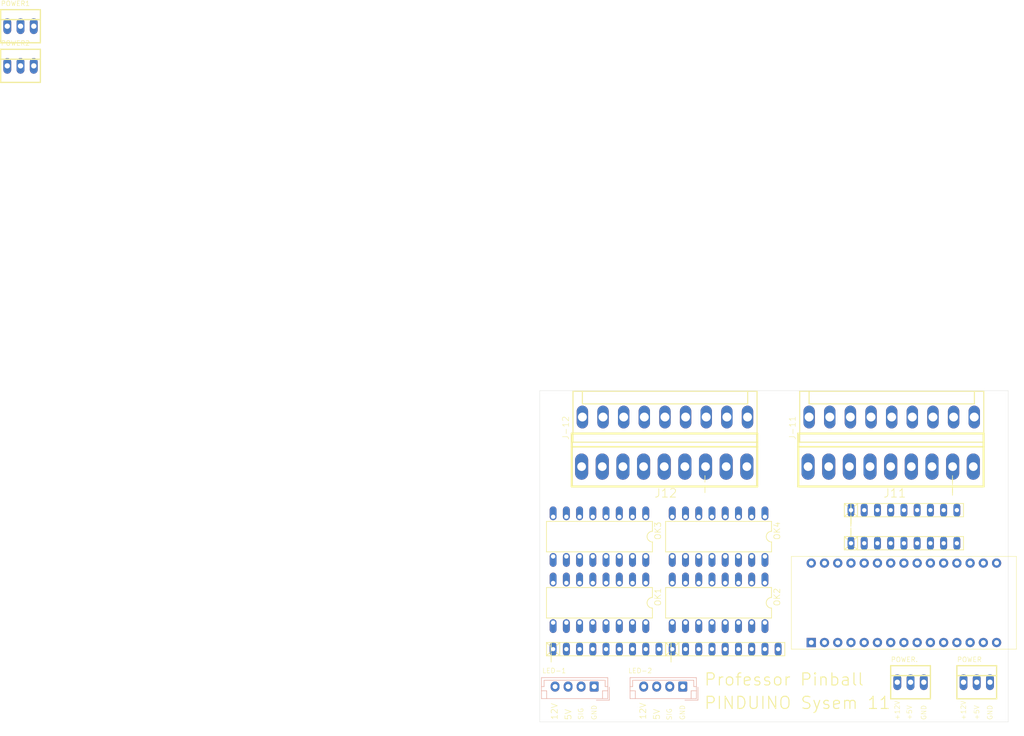
<source format=kicad_pcb>
(kicad_pcb (version 20240108) (generator "pcbnew") (generator_version "8.0")
  (layers (0 "F.Cu" signal) (31 "B.Cu" signal) (34 "B.Paste" user) (35 "F.Paste" user) (36 "B.SilkS" user "B.Silkscreen") (37 "F.SilkS" user "F.Silkscreen") (38 "B.Mask" user) (39 "F.Mask" user) (44 "Edge.Cuts" user))
  (net 0 "")
  (net 1 "GND")
  (net 2 "AREF")
  (net 3 "3V3")
  (net 4 "+5V")
  (net 5 "Net-(J-11E-S)")
  (net 6 "Net-(J-11G-S)")
  (net 7 "Net-(J-11H-S)")
  (net 8 "Net-(J-11F-S)")
  (net 9 "Net-(J-11A-S)")
  (net 10 "Net-(J-11I-S)")
  (net 11 "Net-(J-11D-S)")
  (net 12 "Net-(J-11C-S)")
  (net 13 "Net-(J-11B-S)")
  (net 14 "Net-(J-12A-S)")
  (net 15 "Net-(J-12H-S)")
  (net 16 "Net-(J-12I-S)")
  (net 17 "Net-(J-12B-S)")
  (net 18 "Net-(J-12D-S)")
  (net 19 "Net-(J-12C-S)")
  (net 20 "Net-(J-12E-S)")
  (net 21 "Net-(J-12F-S)")
  (net 22 "Net-(J-12G-S)")
  (net 28 "Net-(MODUL1-D13{slash}SCK)")
  (net 29 "Net-(MODUL1-D9)")
  (net 30 "Net-(MODUL1-D12{slash}MISO)")
  (net 31 "Net-(MODUL1-A4)")
  (net 32 "Net-(MODUL1-A3)")
  (net 33 "Net-(MODUL1-D8)")
  (net 35 "Net-(MODUL1-A1)")
  (net 36 "Net-(MODUL1-D2)")
  (net 38 "Net-(MODUL1-A2)")
  (net 39 "Net-(MODUL1-A5)")
  (net 40 "Net-(MODUL1-D4)")
  (net 42 "Net-(MODUL1-D5)")
  (net 44 "Net-(MODUL1-D7)")
  (net 45 "Net-(MODUL1-D6)")
  (net 47 "Net-(MODUL1-D3)")
  (net 48 "Net-(MODUL1-VIN)")
  (net 50 "Net-(MODUL1-A0)")
  (net 51 "Net-(OK1D-A)")
  (net 52 "Net-(OK1C-A)")
  (net 53 "Net-(OK1A-A)")
  (net 54 "Net-(OK1B-A)")
  (net 55 "Net-(OK2D-A)")
  (net 56 "Net-(OK2B-A)")
  (net 57 "Net-(OK2A-A)")
  (net 58 "Net-(OK2C-A)")
  (net 59 "Net-(OK3B-A)")
  (net 60 "Net-(OK3D-A)")
  (net 61 "Net-(OK3A-A)")
  (net 62 "Net-(OK3C-A)")
  (net 63 "Net-(OK4C-A)")
  (net 64 "Net-(OK4A-A)")
  (net 65 "Net-(OK4B-A)")
  (net 66 "Net-(OK4D-A)")
  (net 72 "Net-(OK1A-COL)")
  (footprint "Pinduino-Nano-Sys11a:RN-9" (layer "F.Cu") (at 139.1411 122.8186)
    (property "Reference" "RN-J6-O0" (hide yes))
    (property "Value" "10k")
    (pad "1" thru_hole oval (at -10.16 0 90) (size 2.6416 1.3208) (drill 0.8128) (layers "*.Cu" "*.Mask") (net 1 "GND"))
    (pad "2" thru_hole oval (at -7.62 0 90) (size 2.6416 1.3208) (drill 0.8128) (layers "*.Cu" "*.Mask") (net 30 "Net-(MODUL1-D12{slash}MISO)"))
    (pad "3" thru_hole oval (at -5.08 0 90) (size 2.6416 1.3208) (drill 0.8128) (layers "*.Cu" "*.Mask") (net 28 "Net-(MODUL1-D13{slash}SCK)"))
    (pad "4" thru_hole oval (at -2.54 0 90) (size 2.6416 1.3208) (drill 0.8128) (layers "*.Cu" "*.Mask") (net 50 "Net-(MODUL1-A0)"))
    (pad "5" thru_hole oval (at 0 0 90) (size 2.6416 1.3208) (drill 0.8128) (layers "*.Cu" "*.Mask") (net 35 "Net-(MODUL1-A1)"))
    (pad "6" thru_hole oval (at 2.54 0 90) (size 2.6416 1.3208) (drill 0.8128) (layers "*.Cu" "*.Mask") (net 39 "Net-(MODUL1-A5)"))
    (pad "7" thru_hole oval (at 5.08 0 90) (size 2.6416 1.3208) (drill 0.8128) (layers "*.Cu" "*.Mask") (net 31 "Net-(MODUL1-A4)"))
    (pad "8" thru_hole oval (at 7.62 0 90) (size 2.6416 1.3208) (drill 0.8128) (layers "*.Cu" "*.Mask") (net 32 "Net-(MODUL1-A3)"))
    (pad "9" thru_hole oval (at 10.16 0 90) (size 2.6416 1.3208) (drill 0.8128) (layers "*.Cu" "*.Mask") (net 38 "Net-(MODUL1-A2)"))
  )
  (footprint "Pinduino-Nano-Sys11a:RN-9" (layer "F.Cu") (at 173.4311 102.4986)
    (property "Reference" "RN-J7-I0" (hide yes))
    (property "Value" "10k")
    (pad "1" thru_hole oval (at -10.16 0 90) (size 2.6416 1.3208) (drill 0.8128) (layers "*.Cu" "*.Mask") (net 48 "Net-(MODUL1-VIN)"))
    (pad "2" thru_hole oval (at -7.62 0 90) (size 2.6416 1.3208) (drill 0.8128) (layers "*.Cu" "*.Mask") (net 51 "Net-(OK1D-A)"))
    (pad "3" thru_hole oval (at -5.08 0 90) (size 2.6416 1.3208) (drill 0.8128) (layers "*.Cu" "*.Mask") (net 52 "Net-(OK1C-A)"))
    (pad "4" thru_hole oval (at -2.54 0 90) (size 2.6416 1.3208) (drill 0.8128) (layers "*.Cu" "*.Mask") (net 54 "Net-(OK1B-A)"))
    (pad "5" thru_hole oval (at 0 0 90) (size 2.6416 1.3208) (drill 0.8128) (layers "*.Cu" "*.Mask") (net 53 "Net-(OK1A-A)"))
    (pad "6" thru_hole oval (at 2.54 0 90) (size 2.6416 1.3208) (drill 0.8128) (layers "*.Cu" "*.Mask") (net 55 "Net-(OK2D-A)"))
    (pad "7" thru_hole oval (at 5.08 0 90) (size 2.6416 1.3208) (drill 0.8128) (layers "*.Cu" "*.Mask") (net 58 "Net-(OK2C-A)"))
    (pad "8" thru_hole oval (at 7.62 0 90) (size 2.6416 1.3208) (drill 0.8128) (layers "*.Cu" "*.Mask") (net 56 "Net-(OK2B-A)"))
    (pad "9" thru_hole oval (at 10.16 0 90) (size 2.6416 1.3208) (drill 0.8128) (layers "*.Cu" "*.Mask") (net 57 "Net-(OK2A-A)"))
  )
  (footprint "Pinduino-Nano-Sys11a:22-23-2031" (layer "F.Cu") (at 3.937 10.906)
    (property "Reference" "POWER2" (at -3.81 -3.81 0) (layer "F.SilkS") (effects (font (size 0.9144 0.9144) (thickness 0.1016)) (justify left bottom)))
    (property "Value" "22-23-2031")
    (pad "1" thru_hole oval (at -2.54 0 90) (size 3.016 1.508) (drill 1) (layers "*.Cu" "*.Mask") (net 48 "Net-(MODUL1-VIN)"))
    (pad "2" thru_hole oval (at 0 0 90) (size 3.016 1.508) (drill 1) (layers "*.Cu" "*.Mask") (net 72 "Net-(OK1A-COL)"))
    (pad "3" thru_hole oval (at 2.54 0 90) (size 3.016 1.508) (drill 1) (layers "*.Cu" "*.Mask") (net 1 "GND"))
  )
  (footprint "Pinduino-Nano-Sys11a:KK-156-9" (layer "F.Cu") (at 171.0811 78.2886)
    (property "Reference" "J-11" (at -18.34 4.445 90) (layer "F.SilkS") (effects (font (size 1.176528 1.176528) (thickness 0.093472)) (justify left bottom)))
    (property "Value" "J 11")
    (pad "1" thru_hole oval (at -15.84 0 90) (size 4.3688 2.1844) (drill 1.7) (layers "*.Cu" "*.Mask") (net 9 "Net-(J-11A-S)"))
    (pad "2" thru_hole oval (at -11.88 0 90) (size 4.3688 2.1844) (drill 1.7) (layers "*.Cu" "*.Mask") (net 13 "Net-(J-11B-S)"))
    (pad "3" thru_hole oval (at -7.92 0 90) (size 4.3688 2.1844) (drill 1.7) (layers "*.Cu" "*.Mask") (net 12 "Net-(J-11C-S)"))
    (pad "4" thru_hole oval (at -3.96 0 90) (size 4.3688 2.1844) (drill 1.7) (layers "*.Cu" "*.Mask") (net 11 "Net-(J-11D-S)"))
    (pad "5" thru_hole oval (at 0 0 90) (size 4.3688 2.1844) (drill 1.7) (layers "*.Cu" "*.Mask") (net 5 "Net-(J-11E-S)"))
    (pad "6" thru_hole oval (at 3.96 0 90) (size 4.3688 2.1844) (drill 1.7) (layers "*.Cu" "*.Mask") (net 8 "Net-(J-11F-S)"))
    (pad "7" thru_hole oval (at 7.92 0 90) (size 4.3688 2.1844) (drill 1.7) (layers "*.Cu" "*.Mask") (net 6 "Net-(J-11G-S)"))
    (pad "8" thru_hole oval (at 11.88 0 90) (size 4.3688 2.1844) (drill 1.7) (layers "*.Cu" "*.Mask") (net 7 "Net-(J-11H-S)"))
    (pad "9" thru_hole oval (at 15.84 0 90) (size 4.3688 2.1844) (drill 1.7) (layers "*.Cu" "*.Mask") (net 10 "Net-(J-11I-S)"))
  )
  (footprint "Pinduino-Nano-Sys11a:ARDUINO_NANO2" (layer "F.Cu") (at 173.4311 113.9286 90)
    (property "Reference" "MODUL1" (hide yes))
    (property "Value" "ARDUINO_NANO")
    (pad "J1.1" thru_hole rect (at -7.62 -17.78) (size 1.778 1.778) (drill 0.9144) (layers "*.Cu" "*.Mask"))
    (pad "J1.2" thru_hole circle (at -7.62 -15.24) (size 1.778 1.778) (drill 0.9144) (layers "*.Cu" "*.Mask"))
    (pad "J1.3" thru_hole circle (at -7.62 -12.7) (size 1.778 1.778) (drill 0.9144) (layers "*.Cu" "*.Mask"))
    (pad "J1.4" thru_hole circle (at -7.62 -10.16) (size 1.778 1.778) (drill 0.9144) (layers "*.Cu" "*.Mask") (net 1 "GND"))
    (pad "J1.5" thru_hole circle (at -7.62 -7.62) (size 1.778 1.778) (drill 0.9144) (layers "*.Cu" "*.Mask") (net 36 "Net-(MODUL1-D2)"))
    (pad "J1.6" thru_hole circle (at -7.62 -5.08) (size 1.778 1.778) (drill 0.9144) (layers "*.Cu" "*.Mask") (net 47 "Net-(MODUL1-D3)"))
    (pad "J1.7" thru_hole circle (at -7.62 -2.54) (size 1.778 1.778) (drill 0.9144) (layers "*.Cu" "*.Mask") (net 40 "Net-(MODUL1-D4)"))
    (pad "J1.8" thru_hole circle (at -7.62 0) (size 1.778 1.778) (drill 0.9144) (layers "*.Cu" "*.Mask") (net 42 "Net-(MODUL1-D5)"))
    (pad "J1.9" thru_hole circle (at -7.62 2.54) (size 1.778 1.778) (drill 0.9144) (layers "*.Cu" "*.Mask") (net 45 "Net-(MODUL1-D6)"))
    (pad "J1.10" thru_hole circle (at -7.62 5.08) (size 1.778 1.778) (drill 0.9144) (layers "*.Cu" "*.Mask") (net 44 "Net-(MODUL1-D7)"))
    (pad "J1.11" thru_hole circle (at -7.62 7.62) (size 1.778 1.778) (drill 0.9144) (layers "*.Cu" "*.Mask") (net 33 "Net-(MODUL1-D8)"))
    (pad "J1.12" thru_hole circle (at -7.62 10.16) (size 1.778 1.778) (drill 0.9144) (layers "*.Cu" "*.Mask") (net 29 "Net-(MODUL1-D9)"))
    (pad "J1.13" thru_hole circle (at -7.62 12.7) (size 1.778 1.778) (drill 0.9144) (layers "*.Cu" "*.Mask"))
    (pad "J1.14" thru_hole circle (at -7.62 15.24) (size 1.778 1.778) (drill 0.9144) (layers "*.Cu" "*.Mask"))
    (pad "J1.15" thru_hole circle (at -7.62 17.78) (size 1.778 1.778) (drill 0.9144) (layers "*.Cu" "*.Mask") (net 30 "Net-(MODUL1-D12{slash}MISO)"))
    (pad "J2.1" thru_hole circle (at 7.62 -17.78) (size 1.778 1.778) (drill 0.9144) (layers "*.Cu" "*.Mask") (net 48 "Net-(MODUL1-VIN)"))
    (pad "J2.2" thru_hole circle (at 7.62 -15.24) (size 1.778 1.778) (drill 0.9144) (layers "*.Cu" "*.Mask") (net 1 "GND"))
    (pad "J2.3" thru_hole circle (at 7.62 -12.7) (size 1.778 1.778) (drill 0.9144) (layers "*.Cu" "*.Mask"))
    (pad "J2.4" thru_hole circle (at 7.62 -10.16) (size 1.778 1.778) (drill 0.9144) (layers "*.Cu" "*.Mask") (net 4 "+5V"))
    (pad "J2.5" thru_hole circle (at 7.62 -7.62) (size 1.778 1.778) (drill 0.9144) (layers "*.Cu" "*.Mask"))
    (pad "J2.6" thru_hole circle (at 7.62 -5.08) (size 1.778 1.778) (drill 0.9144) (layers "*.Cu" "*.Mask"))
    (pad "J2.7" thru_hole circle (at 7.62 -2.54) (size 1.778 1.778) (drill 0.9144) (layers "*.Cu" "*.Mask") (net 39 "Net-(MODUL1-A5)"))
    (pad "J2.8" thru_hole circle (at 7.62 0) (size 1.778 1.778) (drill 0.9144) (layers "*.Cu" "*.Mask") (net 31 "Net-(MODUL1-A4)"))
    (pad "J2.9" thru_hole circle (at 7.62 2.54) (size 1.778 1.778) (drill 0.9144) (layers "*.Cu" "*.Mask") (net 32 "Net-(MODUL1-A3)"))
    (pad "J2.10" thru_hole circle (at 7.62 5.08) (size 1.778 1.778) (drill 0.9144) (layers "*.Cu" "*.Mask") (net 38 "Net-(MODUL1-A2)"))
    (pad "J2.11" thru_hole circle (at 7.62 7.62) (size 1.778 1.778) (drill 0.9144) (layers "*.Cu" "*.Mask") (net 35 "Net-(MODUL1-A1)"))
    (pad "J2.12" thru_hole circle (at 7.62 10.16) (size 1.778 1.778) (drill 0.9144) (layers "*.Cu" "*.Mask") (net 50 "Net-(MODUL1-A0)"))
    (pad "J2.13" thru_hole circle (at 7.62 12.7) (size 1.778 1.778) (drill 0.9144) (layers "*.Cu" "*.Mask") (net 2 "AREF"))
    (pad "J2.14" thru_hole circle (at 7.62 15.24) (size 1.778 1.778) (drill 0.9144) (layers "*.Cu" "*.Mask") (net 3 "3V3"))
    (pad "J2.15" thru_hole circle (at 7.62 17.78) (size 1.778 1.778) (drill 0.9144) (layers "*.Cu" "*.Mask") (net 28 "Net-(MODUL1-D13{slash}SCK)"))
  )
  (footprint "Pinduino-Nano-Sys11a:DIL16" (layer "F.Cu") (at 115.0111 101.2286 180)
    (property "Reference" "OK3" (at -10.541 2.921 90) (layer "F.SilkS") (effects (font (size 1.1557 1.1557) (thickness 0.1143)) (justify right top)))
    (property "Value" "TIL199" (hide yes))
    (pad "1" thru_hole oval (at -8.89 3.81 90) (size 2.6416 1.3208) (drill 0.8128 (offset 0.6604 0)) (layers "*.Cu" "*.Mask") (net 61 "Net-(OK3A-A)"))
    (pad "2" thru_hole oval (at -6.35 3.81 90) (size 2.6416 1.3208) (drill 0.8128 (offset 0.6604 0)) (layers "*.Cu" "*.Mask") (net 11 "Net-(J-11D-S)"))
    (pad "3" thru_hole oval (at -3.81 3.81 90) (size 2.6416 1.3208) (drill 0.8128 (offset 0.6604 0)) (layers "*.Cu" "*.Mask") (net 59 "Net-(OK3B-A)"))
    (pad "4" thru_hole oval (at -1.27 3.81 90) (size 2.6416 1.3208) (drill 0.8128 (offset 0.6604 0)) (layers "*.Cu" "*.Mask") (net 12 "Net-(J-11C-S)"))
    (pad "5" thru_hole oval (at 1.27 3.81 90) (size 2.6416 1.3208) (drill 0.8128 (offset 0.6604 0)) (layers "*.Cu" "*.Mask") (net 62 "Net-(OK3C-A)"))
    (pad "6" thru_hole oval (at 3.81 3.81 90) (size 2.6416 1.3208) (drill 0.8128 (offset 0.6604 0)) (layers "*.Cu" "*.Mask") (net 13 "Net-(J-11B-S)"))
    (pad "7" thru_hole oval (at 6.35 3.81 90) (size 2.6416 1.3208) (drill 0.8128 (offset 0.6604 0)) (layers "*.Cu" "*.Mask") (net 60 "Net-(OK3D-A)"))
    (pad "8" thru_hole oval (at 8.89 3.81 90) (size 2.6416 1.3208) (drill 0.8128 (offset 0.6604 0)) (layers "*.Cu" "*.Mask") (net 9 "Net-(J-11A-S)"))
    (pad "9" thru_hole oval (at 8.89 -3.81 270) (size 2.6416 1.3208) (drill 0.8128 (offset 0.6604 0)) (layers "*.Cu" "*.Mask") (net 39 "Net-(MODUL1-A5)"))
    (pad "10" thru_hole oval (at 6.35 -3.81 270) (size 2.6416 1.3208) (drill 0.8128 (offset 0.6604 0)) (layers "*.Cu" "*.Mask") (net 72 "Net-(OK1A-COL)"))
    (pad "11" thru_hole oval (at 3.81 -3.81 270) (size 2.6416 1.3208) (drill 0.8128 (offset 0.6604 0)) (layers "*.Cu" "*.Mask") (net 31 "Net-(MODUL1-A4)"))
    (pad "12" thru_hole oval (at 1.27 -3.81 270) (size 2.6416 1.3208) (drill 0.8128 (offset 0.6604 0)) (layers "*.Cu" "*.Mask") (net 72 "Net-(OK1A-COL)"))
    (pad "13" thru_hole oval (at -1.27 -3.81 270) (size 2.6416 1.3208) (drill 0.8128 (offset 0.6604 0)) (layers "*.Cu" "*.Mask") (net 32 "Net-(MODUL1-A3)"))
    (pad "14" thru_hole oval (at -3.81 -3.81 270) (size 2.6416 1.3208) (drill 0.8128 (offset 0.6604 0)) (layers "*.Cu" "*.Mask") (net 72 "Net-(OK1A-COL)"))
    (pad "15" thru_hole oval (at -6.35 -3.81 270) (size 2.6416 1.3208) (drill 0.8128 (offset 0.6604 0)) (layers "*.Cu" "*.Mask") (net 38 "Net-(MODUL1-A2)"))
    (pad "16" thru_hole oval (at -8.89 -3.81 270) (size 2.6416 1.3208) (drill 0.8128 (offset 0.6604 0)) (layers "*.Cu" "*.Mask") (net 72 "Net-(OK1A-COL)"))
  )
  (footprint "Pinduino-Nano-Sys11a:DIL16" (layer "F.Cu") (at 137.8711 113.9286 180)
    (property "Reference" "OK2" (at -10.541 2.921 90) (layer "F.SilkS") (effects (font (size 1.1557 1.1557) (thickness 0.1143)) (justify right top)))
    (property "Value" "TIL199" (hide yes))
    (pad "1" thru_hole oval (at -8.89 3.81 90) (size 2.6416 1.3208) (drill 0.8128 (offset 0.6604 0)) (layers "*.Cu" "*.Mask") (net 57 "Net-(OK2A-A)"))
    (pad "2" thru_hole oval (at -6.35 3.81 90) (size 2.6416 1.3208) (drill 0.8128 (offset 0.6604 0)) (layers "*.Cu" "*.Mask") (net 16 "Net-(J-12I-S)"))
    (pad "3" thru_hole oval (at -3.81 3.81 90) (size 2.6416 1.3208) (drill 0.8128 (offset 0.6604 0)) (layers "*.Cu" "*.Mask") (net 56 "Net-(OK2B-A)"))
    (pad "4" thru_hole oval (at -1.27 3.81 90) (size 2.6416 1.3208) (drill 0.8128 (offset 0.6604 0)) (layers "*.Cu" "*.Mask") (net 15 "Net-(J-12H-S)"))
    (pad "5" thru_hole oval (at 1.27 3.81 90) (size 2.6416 1.3208) (drill 0.8128 (offset 0.6604 0)) (layers "*.Cu" "*.Mask") (net 58 "Net-(OK2C-A)"))
    (pad "6" thru_hole oval (at 3.81 3.81 90) (size 2.6416 1.3208) (drill 0.8128 (offset 0.6604 0)) (layers "*.Cu" "*.Mask") (net 21 "Net-(J-12F-S)"))
    (pad "7" thru_hole oval (at 6.35 3.81 90) (size 2.6416 1.3208) (drill 0.8128 (offset 0.6604 0)) (layers "*.Cu" "*.Mask") (net 55 "Net-(OK2D-A)"))
    (pad "8" thru_hole oval (at 8.89 3.81 90) (size 2.6416 1.3208) (drill 0.8128 (offset 0.6604 0)) (layers "*.Cu" "*.Mask") (net 20 "Net-(J-12E-S)"))
    (pad "9" thru_hole oval (at 8.89 -3.81 270) (size 2.6416 1.3208) (drill 0.8128 (offset 0.6604 0)) (layers "*.Cu" "*.Mask") (net 36 "Net-(MODUL1-D2)"))
    (pad "10" thru_hole oval (at 6.35 -3.81 270) (size 2.6416 1.3208) (drill 0.8128 (offset 0.6604 0)) (layers "*.Cu" "*.Mask") (net 72 "Net-(OK1A-COL)"))
    (pad "11" thru_hole oval (at 3.81 -3.81 270) (size 2.6416 1.3208) (drill 0.8128 (offset 0.6604 0)) (layers "*.Cu" "*.Mask") (net 47 "Net-(MODUL1-D3)"))
    (pad "12" thru_hole oval (at 1.27 -3.81 270) (size 2.6416 1.3208) (drill 0.8128 (offset 0.6604 0)) (layers "*.Cu" "*.Mask") (net 72 "Net-(OK1A-COL)"))
    (pad "13" thru_hole oval (at -1.27 -3.81 270) (size 2.6416 1.3208) (drill 0.8128 (offset 0.6604 0)) (layers "*.Cu" "*.Mask") (net 40 "Net-(MODUL1-D4)"))
    (pad "14" thru_hole oval (at -3.81 -3.81 270) (size 2.6416 1.3208) (drill 0.8128 (offset 0.6604 0)) (layers "*.Cu" "*.Mask") (net 72 "Net-(OK1A-COL)"))
    (pad "15" thru_hole oval (at -6.35 -3.81 270) (size 2.6416 1.3208) (drill 0.8128 (offset 0.6604 0)) (layers "*.Cu" "*.Mask") (net 42 "Net-(MODUL1-D5)"))
    (pad "16" thru_hole oval (at -8.89 -3.81 270) (size 2.6416 1.3208) (drill 0.8128 (offset 0.6604 0)) (layers "*.Cu" "*.Mask") (net 72 "Net-(OK1A-COL)"))
  )
  (footprint "Pinduino-Nano-Sys11a:RN-9" (layer "F.Cu") (at 173.4311 96.1486)
    (property "Reference" "RN-J6-I0" (hide yes))
    (property "Value" "10k")
    (pad "1" thru_hole oval (at -10.16 0 90) (size 2.6416 1.3208) (drill 0.8128) (layers "*.Cu" "*.Mask") (net 48 "Net-(MODUL1-VIN)"))
    (pad "2" thru_hole oval (at -7.62 0 90) (size 2.6416 1.3208) (drill 0.8128) (layers "*.Cu" "*.Mask") (net 60 "Net-(OK3D-A)"))
    (pad "3" thru_hole oval (at -5.08 0 90) (size 2.6416 1.3208) (drill 0.8128) (layers "*.Cu" "*.Mask") (net 62 "Net-(OK3C-A)"))
    (pad "4" thru_hole oval (at -2.54 0 90) (size 2.6416 1.3208) (drill 0.8128) (layers "*.Cu" "*.Mask") (net 59 "Net-(OK3B-A)"))
    (pad "5" thru_hole oval (at 0 0 90) (size 2.6416 1.3208) (drill 0.8128) (layers "*.Cu" "*.Mask") (net 61 "Net-(OK3A-A)"))
    (pad "6" thru_hole oval (at 2.54 0 90) (size 2.6416 1.3208) (drill 0.8128) (layers "*.Cu" "*.Mask") (net 66 "Net-(OK4D-A)"))
    (pad "7" thru_hole oval (at 5.08 0 90) (size 2.6416 1.3208) (drill 0.8128) (layers "*.Cu" "*.Mask") (net 63 "Net-(OK4C-A)"))
    (pad "8" thru_hole oval (at 7.62 0 90) (size 2.6416 1.3208) (drill 0.8128) (layers "*.Cu" "*.Mask") (net 65 "Net-(OK4B-A)"))
    (pad "9" thru_hole oval (at 10.16 0 90) (size 2.6416 1.3208) (drill 0.8128) (layers "*.Cu" "*.Mask") (net 64 "Net-(OK4A-A)"))
  )
  (footprint "Pinduino-Nano-Sys11a:RN-9" (layer "F.Cu") (at 116.2811 122.8186)
    (property "Reference" "RN-J7-O0" (hide yes))
    (property "Value" "10k")
    (pad "1" thru_hole oval (at -10.16 0 90) (size 2.6416 1.3208) (drill 0.8128) (layers "*.Cu" "*.Mask") (net 1 "GND"))
    (pad "2" thru_hole oval (at -7.62 0 90) (size 2.6416 1.3208) (drill 0.8128) (layers "*.Cu" "*.Mask") (net 36 "Net-(MODUL1-D2)"))
    (pad "3" thru_hole oval (at -5.08 0 90) (size 2.6416 1.3208) (drill 0.8128) (layers "*.Cu" "*.Mask") (net 47 "Net-(MODUL1-D3)"))
    (pad "4" thru_hole oval (at -2.54 0 90) (size 2.6416 1.3208) (drill 0.8128) (layers "*.Cu" "*.Mask") (net 40 "Net-(MODUL1-D4)"))
    (pad "5" thru_hole oval (at 0 0 90) (size 2.6416 1.3208) (drill 0.8128) (layers "*.Cu" "*.Mask") (net 42 "Net-(MODUL1-D5)"))
    (pad "6" thru_hole oval (at 2.54 0 90) (size 2.6416 1.3208) (drill 0.8128) (layers "*.Cu" "*.Mask") (net 45 "Net-(MODUL1-D6)"))
    (pad "7" thru_hole oval (at 5.08 0 90) (size 2.6416 1.3208) (drill 0.8128) (layers "*.Cu" "*.Mask") (net 44 "Net-(MODUL1-D7)"))
    (pad "8" thru_hole oval (at 7.62 0 90) (size 2.6416 1.3208) (drill 0.8128) (layers "*.Cu" "*.Mask") (net 33 "Net-(MODUL1-D8)"))
    (pad "9" thru_hole oval (at 10.16 0 90) (size 2.6416 1.3208) (drill 0.8128) (layers "*.Cu" "*.Mask") (net 29 "Net-(MODUL1-D9)"))
  )
  (footprint "Pinduino-Nano-Sys11a:1X9MTA" (layer "F.Cu") (at 127.4411 87.7986)
    (property "Reference" "J12" (at -1.9958 6.0612 0) (layer "F.SilkS") (effects (font (size 1.647139 1.647139) (thickness 0.130861)) (justify left bottom)))
    (property "Value" "J12" (hide yes))
    (pad "1" thru_hole oval (at 15.8496 0 90) (size 5.0292 2.5146) (drill 1.6764) (layers "*.Cu" "*.Mask") (net 16 "Net-(J-12I-S)"))
    (pad "2" thru_hole oval (at 11.8872 0 90) (size 5.0292 2.5146) (drill 1.6764) (layers "*.Cu" "*.Mask") (net 15 "Net-(J-12H-S)"))
    (pad "3" thru_hole oval (at 7.9248 0 90) (size 5.0292 2.5146) (drill 1.6764) (layers "*.Cu" "*.Mask") (net 22 "Net-(J-12G-S)"))
    (pad "4" thru_hole oval (at 3.9624 0 90) (size 5.0292 2.5146) (drill 1.6764) (layers "*.Cu" "*.Mask") (net 21 "Net-(J-12F-S)"))
    (pad "5" thru_hole oval (at 0 0 90) (size 5.0292 2.5146) (drill 1.6764) (layers "*.Cu" "*.Mask") (net 20 "Net-(J-12E-S)"))
    (pad "6" thru_hole oval (at -3.9624 0 90) (size 5.0292 2.5146) (drill 1.6764) (layers "*.Cu" "*.Mask") (net 18 "Net-(J-12D-S)"))
    (pad "7" thru_hole oval (at -7.9248 0 90) (size 5.0292 2.5146) (drill 1.6764) (layers "*.Cu" "*.Mask") (net 19 "Net-(J-12C-S)"))
    (pad "8" thru_hole oval (at -11.8872 0 90) (size 5.0292 2.5146) (drill 1.6764) (layers "*.Cu" "*.Mask") (net 17 "Net-(J-12B-S)"))
    (pad "9" thru_hole oval (at -15.8496 0 90) (size 5.0292 2.5146) (drill 1.6764) (layers "*.Cu" "*.Mask") (net 14 "Net-(J-12A-S)"))
  )
  (footprint "Pinduino-Nano-Sys11a:22-23-2031" (layer "F.Cu") (at 187.4011 129.1686)
    (property "Reference" "POWER" (at -3.81 -3.81 0) (layer "F.SilkS") (effects (font (size 0.92456 0.92456) (thickness 0.09144)) (justify left bottom)))
    (property "Value" "22-23-2031" (hide yes))
    (pad "1" thru_hole oval (at -2.54 0 90) (size 3.016 1.508) (drill 1) (layers "*.Cu" "*.Mask") (net 48 "Net-(MODUL1-VIN)"))
    (pad "2" thru_hole oval (at 0 0 90) (size 3.016 1.508) (drill 1) (layers "*.Cu" "*.Mask") (net 72 "Net-(OK1A-COL)"))
    (pad "3" thru_hole oval (at 2.54 0 90) (size 3.016 1.508) (drill 1) (layers "*.Cu" "*.Mask") (net 1 "GND"))
  )
  (footprint "Pinduino-Nano-Sys11a:DIL16" (layer "F.Cu") (at 115.0111 113.9286 180)
    (property "Reference" "OK1" (at -10.541 2.921 90) (layer "F.SilkS") (effects (font (size 1.1557 1.1557) (thickness 0.1143)) (justify right top)))
    (property "Value" "TIL199" (hide yes))
    (pad "1" thru_hole oval (at -8.89 3.81 90) (size 2.6416 1.3208) (drill 0.8128 (offset 0.6604 0)) (layers "*.Cu" "*.Mask") (net 53 "Net-(OK1A-A)"))
    (pad "2" thru_hole oval (at -6.35 3.81 90) (size 2.6416 1.3208) (drill 0.8128 (offset 0.6604 0)) (layers "*.Cu" "*.Mask") (net 18 "Net-(J-12D-S)"))
    (pad "3" thru_hole oval (at -3.81 3.81 90) (size 2.6416 1.3208) (drill 0.8128 (offset 0.6604 0)) (layers "*.Cu" "*.Mask") (net 54 "Net-(OK1B-A)"))
    (pad "4" thru_hole oval (at -1.27 3.81 90) (size 2.6416 1.3208) (drill 0.8128 (offset 0.6604 0)) (layers "*.Cu" "*.Mask") (net 19 "Net-(J-12C-S)"))
    (pad "5" thru_hole oval (at 1.27 3.81 90) (size 2.6416 1.3208) (drill 0.8128 (offset 0.6604 0)) (layers "*.Cu" "*.Mask") (net 52 "Net-(OK1C-A)"))
    (pad "6" thru_hole oval (at 3.81 3.81 90) (size 2.6416 1.3208) (drill 0.8128 (offset 0.6604 0)) (layers "*.Cu" "*.Mask") (net 17 "Net-(J-12B-S)"))
    (pad "7" thru_hole oval (at 6.35 3.81 90) (size 2.6416 1.3208) (drill 0.8128 (offset 0.6604 0)) (layers "*.Cu" "*.Mask") (net 51 "Net-(OK1D-A)"))
    (pad "8" thru_hole oval (at 8.89 3.81 90) (size 2.6416 1.3208) (drill 0.8128 (offset 0.6604 0)) (layers "*.Cu" "*.Mask") (net 14 "Net-(J-12A-S)"))
    (pad "9" thru_hole oval (at 8.89 -3.81 270) (size 2.6416 1.3208) (drill 0.8128 (offset 0.6604 0)) (layers "*.Cu" "*.Mask") (net 45 "Net-(MODUL1-D6)"))
    (pad "10" thru_hole oval (at 6.35 -3.81 270) (size 2.6416 1.3208) (drill 0.8128 (offset 0.6604 0)) (layers "*.Cu" "*.Mask") (net 72 "Net-(OK1A-COL)"))
    (pad "11" thru_hole oval (at 3.81 -3.81 270) (size 2.6416 1.3208) (drill 0.8128 (offset 0.6604 0)) (layers "*.Cu" "*.Mask") (net 44 "Net-(MODUL1-D7)"))
    (pad "12" thru_hole oval (at 1.27 -3.81 270) (size 2.6416 1.3208) (drill 0.8128 (offset 0.6604 0)) (layers "*.Cu" "*.Mask") (net 72 "Net-(OK1A-COL)"))
    (pad "13" thru_hole oval (at -1.27 -3.81 270) (size 2.6416 1.3208) (drill 0.8128 (offset 0.6604 0)) (layers "*.Cu" "*.Mask") (net 33 "Net-(MODUL1-D8)"))
    (pad "14" thru_hole oval (at -3.81 -3.81 270) (size 2.6416 1.3208) (drill 0.8128 (offset 0.6604 0)) (layers "*.Cu" "*.Mask") (net 72 "Net-(OK1A-COL)"))
    (pad "15" thru_hole oval (at -6.35 -3.81 270) (size 2.6416 1.3208) (drill 0.8128 (offset 0.6604 0)) (layers "*.Cu" "*.Mask") (net 29 "Net-(MODUL1-D9)"))
    (pad "16" thru_hole oval (at -8.89 -3.81 270) (size 2.6416 1.3208) (drill 0.8128 (offset 0.6604 0)) (layers "*.Cu" "*.Mask") (net 72 "Net-(OK1A-COL)"))
  )
  (footprint "Pinduino-Nano-Sys11a:1X9MTA" (layer "F.Cu") (at 170.8911 87.7986)
    (property "Reference" "J11" (at -1.4958 6.0612 0) (layer "F.SilkS") (effects (font (size 1.647139 1.647139) (thickness 0.130861)) (justify left bottom)))
    (property "Value" "J11" (hide yes))
    (pad "1" thru_hole oval (at 15.8496 0 90) (size 5.0292 2.5146) (drill 1.6764) (layers "*.Cu" "*.Mask") (net 10 "Net-(J-11I-S)"))
    (pad "2" thru_hole oval (at 11.8872 0 90) (size 5.0292 2.5146) (drill 1.6764) (layers "*.Cu" "*.Mask") (net 7 "Net-(J-11H-S)"))
    (pad "3" thru_hole oval (at 7.9248 0 90) (size 5.0292 2.5146) (drill 1.6764) (layers "*.Cu" "*.Mask") (net 6 "Net-(J-11G-S)"))
    (pad "4" thru_hole oval (at 3.9624 0 90) (size 5.0292 2.5146) (drill 1.6764) (layers "*.Cu" "*.Mask") (net 8 "Net-(J-11F-S)"))
    (pad "5" thru_hole oval (at 0 0 90) (size 5.0292 2.5146) (drill 1.6764) (layers "*.Cu" "*.Mask") (net 5 "Net-(J-11E-S)"))
    (pad "6" thru_hole oval (at -3.9624 0 90) (size 5.0292 2.5146) (drill 1.6764) (layers "*.Cu" "*.Mask") (net 11 "Net-(J-11D-S)"))
    (pad "7" thru_hole oval (at -7.9248 0 90) (size 5.0292 2.5146) (drill 1.6764) (layers "*.Cu" "*.Mask") (net 12 "Net-(J-11C-S)"))
    (pad "8" thru_hole oval (at -11.8872 0 90) (size 5.0292 2.5146) (drill 1.6764) (layers "*.Cu" "*.Mask") (net 13 "Net-(J-11B-S)"))
    (pad "9" thru_hole oval (at -15.8496 0 90) (size 5.0292 2.5146) (drill 1.6764) (layers "*.Cu" "*.Mask") (net 9 "Net-(J-11A-S)"))
  )
  (footprint "Pinduino-Nano-Sys11a:22-23-2031" (layer "F.Cu") (at 174.7011 129.1686)
    (property "Reference" "POWER." (at -3.81 -3.81 0) (layer "F.SilkS") (effects (font (size 0.92456 0.92456) (thickness 0.09144)) (justify left bottom)))
    (property "Value" "22-23-2031" (hide yes))
    (pad "1" thru_hole oval (at -2.54 0 90) (size 3.016 1.508) (drill 1) (layers "*.Cu" "*.Mask") (net 48 "Net-(MODUL1-VIN)"))
    (pad "2" thru_hole oval (at 0 0 90) (size 3.016 1.508) (drill 1) (layers "*.Cu" "*.Mask") (net 72 "Net-(OK1A-COL)"))
    (pad "3" thru_hole oval (at 2.54 0 90) (size 3.016 1.508) (drill 1) (layers "*.Cu" "*.Mask") (net 1 "GND"))
  )
  (footprint "Pinduino-Nano-Sys11a:KK-156-9" (layer "F.Cu") (at 127.5811 78.2886)
    (property "Reference" "J-12" (at -18.34 4.445 90) (layer "F.SilkS") (effects (font (size 1.176528 1.176528) (thickness 0.093472)) (justify left bottom)))
    (property "Value" "J 12")
    (pad "1" thru_hole oval (at -15.84 0 90) (size 4.3688 2.1844) (drill 1.7) (layers "*.Cu" "*.Mask") (net 14 "Net-(J-12A-S)"))
    (pad "2" thru_hole oval (at -11.88 0 90) (size 4.3688 2.1844) (drill 1.7) (layers "*.Cu" "*.Mask") (net 17 "Net-(J-12B-S)"))
    (pad "3" thru_hole oval (at -7.92 0 90) (size 4.3688 2.1844) (drill 1.7) (layers "*.Cu" "*.Mask") (net 19 "Net-(J-12C-S)"))
    (pad "4" thru_hole oval (at -3.96 0 90) (size 4.3688 2.1844) (drill 1.7) (layers "*.Cu" "*.Mask") (net 18 "Net-(J-12D-S)"))
    (pad "5" thru_hole oval (at 0 0 90) (size 4.3688 2.1844) (drill 1.7) (layers "*.Cu" "*.Mask") (net 20 "Net-(J-12E-S)"))
    (pad "6" thru_hole oval (at 3.96 0 90) (size 4.3688 2.1844) (drill 1.7) (layers "*.Cu" "*.Mask") (net 21 "Net-(J-12F-S)"))
    (pad "7" thru_hole oval (at 7.92 0 90) (size 4.3688 2.1844) (drill 1.7) (layers "*.Cu" "*.Mask") (net 22 "Net-(J-12G-S)"))
    (pad "8" thru_hole oval (at 11.88 0 90) (size 4.3688 2.1844) (drill 1.7) (layers "*.Cu" "*.Mask") (net 15 "Net-(J-12H-S)"))
    (pad "9" thru_hole oval (at 15.84 0 90) (size 4.3688 2.1844) (drill 1.7) (layers "*.Cu" "*.Mask") (net 16 "Net-(J-12I-S)"))
  )
  (footprint "Pinduino-Nano-Sys11a:22-23-2031" (layer "F.Cu") (at 3.937 3.302)
    (property "Reference" "POWER1" (at -3.81 -3.81 0) (layer "F.SilkS") (effects (font (size 0.9144 0.9144) (thickness 0.1016)) (justify left bottom)))
    (property "Value" "22-23-2031")
    (pad "1" thru_hole oval (at -2.54 0 90) (size 3.016 1.508) (drill 1) (layers "*.Cu" "*.Mask") (net 48 "Net-(MODUL1-VIN)"))
    (pad "2" thru_hole oval (at 0 0 90) (size 3.016 1.508) (drill 1) (layers "*.Cu" "*.Mask") (net 72 "Net-(OK1A-COL)"))
    (pad "3" thru_hole oval (at 2.54 0 90) (size 3.016 1.508) (drill 1) (layers "*.Cu" "*.Mask") (net 1 "GND"))
  )
  (footprint "Pinduino-Nano-Sys11a:DIL16" (layer "F.Cu") (at 137.8711 101.2286 180)
    (property "Reference" "OK4" (at -10.541 2.921 90) (layer "F.SilkS") (effects (font (size 1.1557 1.1557) (thickness 0.1143)) (justify right top)))
    (property "Value" "TIL199" (hide yes))
    (pad "1" thru_hole oval (at -8.89 3.81 90) (size 2.6416 1.3208) (drill 0.8128 (offset 0.6604 0)) (layers "*.Cu" "*.Mask") (net 64 "Net-(OK4A-A)"))
    (pad "2" thru_hole oval (at -6.35 3.81 90) (size 2.6416 1.3208) (drill 0.8128 (offset 0.6604 0)) (layers "*.Cu" "*.Mask") (net 10 "Net-(J-11I-S)"))
    (pad "3" thru_hole oval (at -3.81 3.81 90) (size 2.6416 1.3208) (drill 0.8128 (offset 0.6604 0)) (layers "*.Cu" "*.Mask") (net 65 "Net-(OK4B-A)"))
    (pad "4" thru_hole oval (at -1.27 3.81 90) (size 2.6416 1.3208) (drill 0.8128 (offset 0.6604 0)) (layers "*.Cu" "*.Mask") (net 6 "Net-(J-11G-S)"))
    (pad "5" thru_hole oval (at 1.27 3.81 90) (size 2.6416 1.3208) (drill 0.8128 (offset 0.6604 0)) (layers "*.Cu" "*.Mask") (net 63 "Net-(OK4C-A)"))
    (pad "6" thru_hole oval (at 3.81 3.81 90) (size 2.6416 1.3208) (drill 0.8128 (offset 0.6604 0)) (layers "*.Cu" "*.Mask") (net 8 "Net-(J-11F-S)"))
    (pad "7" thru_hole oval (at 6.35 3.81 90) (size 2.6416 1.3208) (drill 0.8128 (offset 0.6604 0)) (layers "*.Cu" "*.Mask") (net 66 "Net-(OK4D-A)"))
    (pad "8" thru_hole oval (at 8.89 3.81 90) (size 2.6416 1.3208) (drill 0.8128 (offset 0.6604 0)) (layers "*.Cu" "*.Mask") (net 5 "Net-(J-11E-S)"))
    (pad "9" thru_hole oval (at 8.89 -3.81 270) (size 2.6416 1.3208) (drill 0.8128 (offset 0.6604 0)) (layers "*.Cu" "*.Mask") (net 30 "Net-(MODUL1-D12{slash}MISO)"))
    (pad "10" thru_hole oval (at 6.35 -3.81 270) (size 2.6416 1.3208) (drill 0.8128 (offset 0.6604 0)) (layers "*.Cu" "*.Mask") (net 72 "Net-(OK1A-COL)"))
    (pad "11" thru_hole oval (at 3.81 -3.81 270) (size 2.6416 1.3208) (drill 0.8128 (offset 0.6604 0)) (layers "*.Cu" "*.Mask") (net 28 "Net-(MODUL1-D13{slash}SCK)"))
    (pad "12" thru_hole oval (at 1.27 -3.81 270) (size 2.6416 1.3208) (drill 0.8128 (offset 0.6604 0)) (layers "*.Cu" "*.Mask") (net 72 "Net-(OK1A-COL)"))
    (pad "13" thru_hole oval (at -1.27 -3.81 270) (size 2.6416 1.3208) (drill 0.8128 (offset 0.6604 0)) (layers "*.Cu" "*.Mask") (net 50 "Net-(MODUL1-A0)"))
    (pad "14" thru_hole oval (at -3.81 -3.81 270) (size 2.6416 1.3208) (drill 0.8128 (offset 0.6604 0)) (layers "*.Cu" "*.Mask") (net 72 "Net-(OK1A-COL)"))
    (pad "15" thru_hole oval (at -6.35 -3.81 270) (size 2.6416 1.3208) (drill 0.8128 (offset 0.6604 0)) (layers "*.Cu" "*.Mask") (net 35 "Net-(MODUL1-A1)"))
    (pad "16" thru_hole oval (at -8.89 -3.81 270) (size 2.6416 1.3208) (drill 0.8128 (offset 0.6604 0)) (layers "*.Cu" "*.Mask") (net 72 "Net-(OK1A-COL)"))
  )
  (footprint "Connector_JST:JST_EH_B4B-EH-A_1x04_P2.50mm_Vertical" (layer "B.Cu") (at 114 130 180)
    (property "Reference" "LED-1" (hide yes))
    (property "Value" "Conn_01x04_Pin" (hide yes))
    (pad "1" thru_hole roundrect (at 0 0 180) (size 1.7 1.95) (drill 0.95) (layers "*.Cu" "*.Mask") (roundrect_rratio 0.147059))
    (pad "2" thru_hole oval (at 2.5 0 180) (size 1.7 1.95) (drill 0.95) (layers "*.Cu" "*.Mask"))
    (pad "3" thru_hole oval (at 5 0 180) (size 1.7 1.95) (drill 0.95) (layers "*.Cu" "*.Mask"))
    (pad "4" thru_hole oval (at 7.5 0 180) (size 1.7 1.95) (drill 0.95) (layers "*.Cu" "*.Mask"))
  )
  (footprint "Connector_JST:JST_EH_B4B-EH-A_1x04_P2.50mm_Vertical" (layer "B.Cu") (at 131 130 180)
    (property "Reference" "J1" (hide yes))
    (property "Value" "Conn_01x04_Pin" (hide yes))
    (pad "1" thru_hole roundrect (at 0 0 180) (size 1.7 1.95) (drill 0.95) (layers "*.Cu" "*.Mask") (roundrect_rratio 0.147059))
    (pad "2" thru_hole oval (at 2.5 0 180) (size 1.7 1.95) (drill 0.95) (layers "*.Cu" "*.Mask"))
    (pad "3" thru_hole oval (at 5 0 180) (size 1.7 1.95) (drill 0.95) (layers "*.Cu" "*.Mask"))
    (pad "4" thru_hole oval (at 7.5 0 180) (size 1.7 1.95) (drill 0.95) (layers "*.Cu" "*.Mask"))
  )
  (gr_line (start 193.4211 73.2186) (end 103.5811 73.2186) (stroke (width 0.05)) (layer "Edge.Cuts"))
  (gr_line (start 193.4211 136.7886) (end 193.4211 73.2186) (stroke (width 0.05)) (layer "Edge.Cuts"))
  (gr_line (start 103.5811 136.7886) (end 193.4211 136.7886) (stroke (width 0.05)) (layer "Edge.Cuts"))
  (gr_line (start 103.5811 73.2186) (end 103.5811 136.7886) (stroke (width 0.05)) (layer "Edge.Cuts"))
  (gr_text "SIG" (at 128.417373 134.122656 90) (layer "F.SilkS") (effects (font (size 0.93472 0.93472) (thickness 0.08128)) (justify right)))
  (gr_text "PINDUINO Sysem 11" (at 135 134.5 0) (layer "F.SilkS") (effects (font (size 2.3368 2.3368) (thickness 0.2032)) (justify left bottom)))
  (gr_text "--" (at 106.5811 125.7886 90) (layer "F.SilkS") (effects (font (size 1.63576 1.63576) (thickness 0.14224)) (justify left bottom)))
  (gr_text "GND" (at 130.944626 133.499999 90) (layer "F.SilkS") (effects (font (size 0.93472 0.93472) (thickness 0.08128)) (justify right)))
  (gr_text "+5V" (at 187.4011 135 90) (layer "F.SilkS") (effects (font (size 0.93472 0.93472) (thickness 0.08128))))
  (gr_text "--" (at 183.5811 93.7886 90) (layer "F.SilkS") (effects (font (size 1.63576 1.63576) (thickness 0.14224)) (justify left bottom)))
  (gr_text "--" (at 129.5811 125.2886 90) (layer "F.SilkS") (effects (font (size 1.63576 1.63576) (thickness 0.14224)) (justify left bottom)))
  (gr_text "LED-1" (at 104 127.5 0) (layer "F.SilkS") (effects (font (size 0.92456 0.92456) (thickness 0.09144)) (justify left bottom)))
  (gr_text "GND" (at 177.2411 133.5 90) (layer "F.SilkS") (effects (font (size 0.93472 0.93472) (thickness 0.08128)) (justify right)))
  (gr_text "--" (at 164.0811 101.7886 90) (layer "F.SilkS") (effects (font (size 1.63576 1.63576) (thickness 0.14224)) (justify left bottom)))
  (gr_text "--" (at 129.5811 125.7886 90) (layer "F.SilkS") (effects (font (size 1.63576 1.63576) (thickness 0.14224)) (justify left bottom)))
  (gr_text "--" (at 136.0811 93.2886 90) (layer "F.SilkS") (effects (font (size 1.63576 1.63576) (thickness 0.14224)) (justify left bottom)))
  (gr_text "12V" (at 106.38675 134.78194 90) (layer "F.SilkS") (effects (font (size 1.1684 1.1684) (thickness 0.1016))))
  (gr_text "+12V" (at 172.1611 136.5 90) (layer "F.SilkS") (effects (font (size 0.93472 0.93472) (thickness 0.08128)) (justify left)))
  (gr_text "Professor Pinball" (at 135 130 0) (layer "F.SilkS") (effects (font (size 2.3368 2.3368) (thickness 0.2032)) (justify left bottom)))
  (gr_text "+5V" (at 174.5 135 90) (layer "F.SilkS") (effects (font (size 0.93472 0.93472) (thickness 0.08128))))
  (gr_text "LED-2" (at 120.5 127.5 0) (layer "F.SilkS") (effects (font (size 0.92456 0.92456) (thickness 0.09144)) (justify left bottom)))
  (gr_text "--" (at 106.5811 125.2886 90) (layer "F.SilkS") (effects (font (size 1.63576 1.63576) (thickness 0.14224)) (justify left bottom)))
  (gr_text "GND" (at 189.9411 133.5 90) (layer "F.SilkS") (effects (font (size 0.93472 0.93472) (thickness 0.08128)) (justify right)))
  (gr_text "5V" (at 109.023884 135.367969 90) (layer "F.SilkS") (effects (font (size 1.1684 1.1684) (thickness 0.1016))))
  (gr_text "5V" (at 126 135.331342 90) (layer "F.SilkS") (effects (font (size 1.1684 1.1684) (thickness 0.1016))))
  (gr_text "--" (at 183.5811 93.2886 90) (layer "F.SilkS") (effects (font (size 1.63576 1.63576) (thickness 0.14224)) (justify left bottom)))
  (gr_text "12V" (at 123.362866 134.708686 90) (layer "F.SilkS") (effects (font (size 1.1684 1.1684) (thickness 0.1016))))
  (gr_text "SIG" (at 111.441257 134.049402 90) (layer "F.SilkS") (effects (font (size 0.93472 0.93472) (thickness 0.08128)) (justify right)))
  (gr_text "--" (at 164.0811 99.2886 90) (layer "F.SilkS") (effects (font (size 1.63576 1.63576) (thickness 0.14224)) (justify left bottom)))
  (gr_text "+12V" (at 184.8611 136.5 90) (layer "F.SilkS") (effects (font (size 0.93472 0.93472) (thickness 0.08128)) (justify left)))
  (gr_text "--" (at 164.0811 101.2886 90) (layer "F.SilkS") (effects (font (size 1.63576 1.63576) (thickness 0.14224)) (justify left bottom)))
  (gr_text "GND" (at 114 133.5 90) (layer "F.SilkS") (effects (font (size 0.93472 0.93472) (thickness 0.08128)) (justify right)))
  (gr_text "--" (at 164.0811 98.7886 90) (layer "F.SilkS") (effects (font (size 1.63576 1.63576) (thickness 0.14224)) (justify left bottom)))
)
</source>
